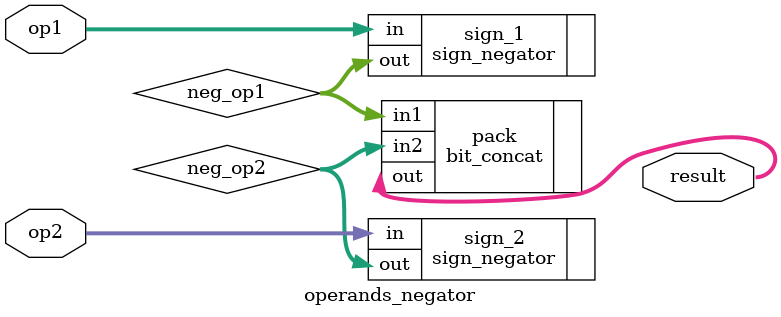
<source format=v>
module operands_negator (op1, op2, result);
  input [15 : 0] op1;
  wire signed [15 : 0] op1;
  input [15 : 0] op2;
  wire signed [15 : 0] op2;
  output [31 : 0] result;
  wire [31 : 0] result;
  
  wire [15 : 0] neg_op1;
  wire [15 : 0] neg_op2;
  
  sign_negator sign_1 (
    .in(op1),
    .out(neg_op1)
  );
  
  sign_negator sign_2 (
    .in(op2),
    .out(neg_op2)
  );
  
  bit_concat pack (
    .in1(neg_op1),
    .in2(neg_op2),
    .out(result)
  );
  
endmodule
</source>
